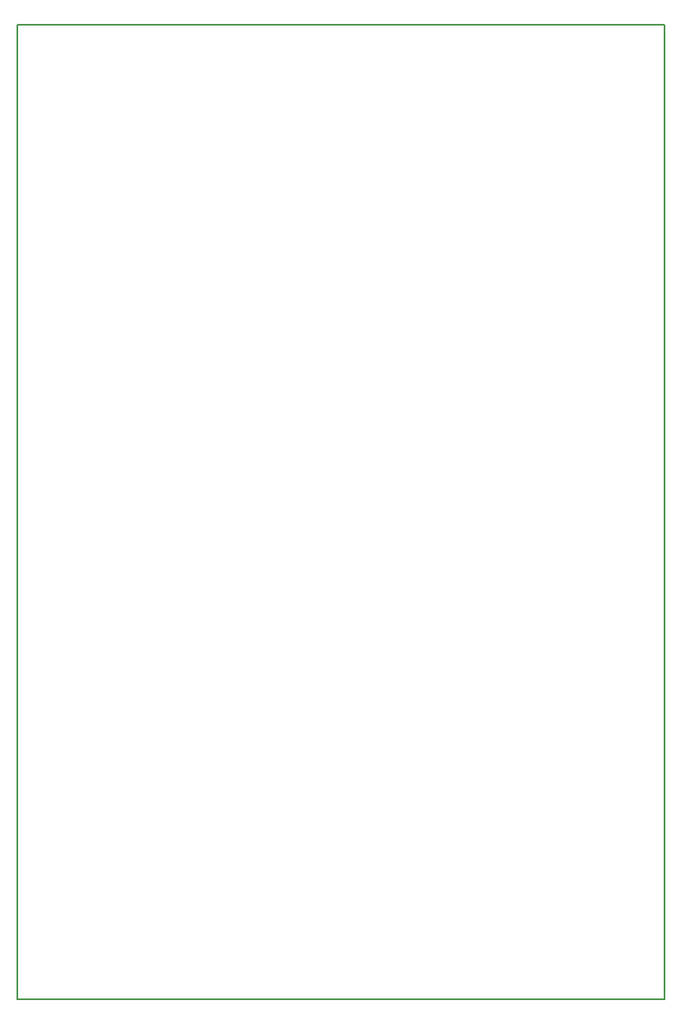
<source format=gbr>
G04 DipTrace 3.3.1.1*
G04 BoardOutline.gbr*
%MOIN*%
G04 #@! TF.FileFunction,Profile*
G04 #@! TF.Part,Single*
%ADD11C,0.005512*%
%FSLAX26Y26*%
G04*
G70*
G90*
G75*
G01*
G04 BoardOutline*
%LPD*%
X394016Y4331024D2*
D11*
X3012126D1*
Y394016D1*
X394016D1*
Y4331024D1*
M02*

</source>
